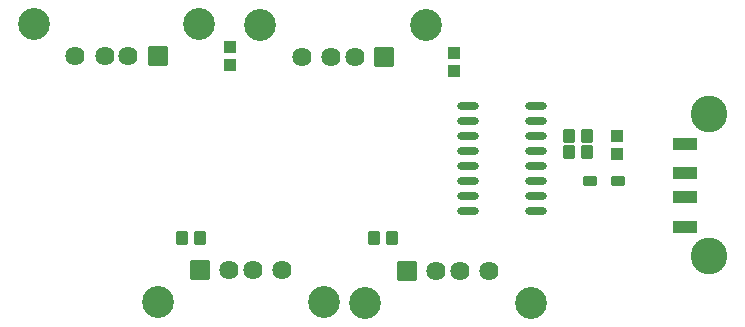
<source format=gts>
G04 Layer: TopSolderMaskLayer*
G04 EasyEDA v6.5.42, 2024-06-30 20:06:19*
G04 5c971d247c204a0cbf4ce5a758ce79e0,41c0ee39f02341fa96e3cac8100f2332,10*
G04 Gerber Generator version 0.2*
G04 Scale: 100 percent, Rotated: No, Reflected: No *
G04 Dimensions in millimeters *
G04 leading zeros omitted , absolute positions ,4 integer and 5 decimal *
%FSLAX45Y45*%
%MOMM*%

%AMMACRO1*1,1,$1,$2,$3*1,1,$1,$4,$5*1,1,$1,0-$2,0-$3*1,1,$1,0-$4,0-$5*20,1,$1,$2,$3,$4,$5,0*20,1,$1,$4,$5,0-$2,0-$3,0*20,1,$1,0-$2,0-$3,0-$4,0-$5,0*20,1,$1,0-$4,0-$5,$2,$3,0*4,1,4,$2,$3,$4,$5,0-$2,0-$3,0-$4,0-$5,$2,$3,0*%
%ADD10R,1.1176X1.0160*%
%ADD11MACRO1,0.1016X0.4572X-0.508X-0.4572X-0.508*%
%ADD12MACRO1,0.1016X-0.4572X0.508X0.4572X0.508*%
%ADD13MACRO1,0.1016X-0.5X0.375X0.5X0.375*%
%ADD14O,1.8466053999999998X0.6615938*%
%ADD15R,2.1000X1.1000*%
%ADD16C,3.1000*%
%ADD17C,2.7016*%
%ADD18C,1.6256*%
%ADD19MACRO1,0.1016X-0.762X0.762X0.762X0.762*%
%ADD20MACRO1,0.1016X0.762X-0.762X-0.762X-0.762*%

%LPD*%
D10*
G01*
X7226300Y4534154D03*
G01*
X7226300Y4381245D03*
D11*
G01*
X3543045Y3670300D03*
G01*
X3695954Y3670300D03*
G01*
X5168645Y3670300D03*
G01*
X5321554Y3670300D03*
D10*
G01*
X3949700Y5283454D03*
G01*
X3949700Y5130545D03*
G01*
X5842000Y5232654D03*
G01*
X5842000Y5079745D03*
D12*
G01*
X6972554Y4533900D03*
G01*
X6819645Y4533900D03*
G01*
X6972554Y4394200D03*
G01*
X6819645Y4394200D03*
D13*
G01*
X7229255Y4152900D03*
G01*
X6994749Y4152900D03*
D14*
G01*
X5961151Y4787900D03*
G01*
X5961151Y4660900D03*
G01*
X5961151Y4533900D03*
G01*
X5961151Y4406900D03*
G01*
X5961151Y4279900D03*
G01*
X5961151Y4152900D03*
G01*
X5961151Y4025900D03*
G01*
X5961151Y3898900D03*
G01*
X6535648Y4787900D03*
G01*
X6535648Y4660900D03*
G01*
X6535648Y4533900D03*
G01*
X6535648Y4406900D03*
G01*
X6535648Y4279900D03*
G01*
X6535648Y4152900D03*
G01*
X6535648Y4025900D03*
G01*
X6535648Y3898900D03*
D15*
G01*
X7799400Y4214799D03*
G01*
X7799400Y4464812D03*
G01*
X7799400Y4014800D03*
G01*
X7799400Y3764813D03*
D16*
G01*
X7999399Y4714798D03*
G01*
X7999399Y3514801D03*
D17*
G01*
X3338601Y3128390D03*
G01*
X4738598Y3128390D03*
D18*
G01*
X4388586Y3399383D03*
G01*
X4138599Y3399383D03*
G01*
X3938600Y3399383D03*
D19*
G01*
X3688588Y3399396D03*
D17*
G01*
X5091201Y3115690D03*
G01*
X6491198Y3115690D03*
D18*
G01*
X6141186Y3386683D03*
G01*
X5891199Y3386683D03*
G01*
X5691200Y3386683D03*
D19*
G01*
X5441188Y3386696D03*
D17*
G01*
X3684498Y5482209D03*
G01*
X2284501Y5482209D03*
D18*
G01*
X2634513Y5211216D03*
G01*
X2884500Y5211216D03*
G01*
X3084499Y5211216D03*
D20*
G01*
X3334511Y5211203D03*
D17*
G01*
X5602198Y5469509D03*
G01*
X4202201Y5469509D03*
D18*
G01*
X4552213Y5198516D03*
G01*
X4802200Y5198516D03*
G01*
X5002199Y5198516D03*
D20*
G01*
X5252211Y5198503D03*
M02*

</source>
